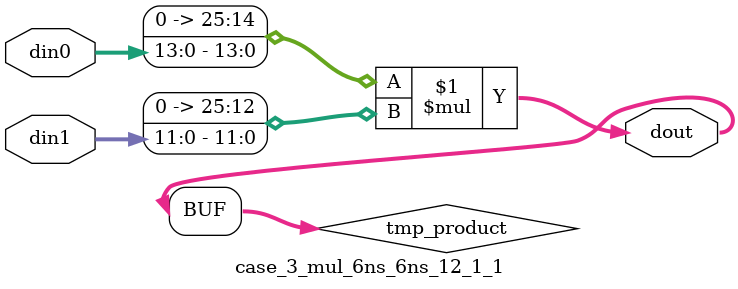
<source format=v>

`timescale 1 ns / 1 ps

 (* use_dsp = "no" *)  module case_3_mul_6ns_6ns_12_1_1(din0, din1, dout);
parameter ID = 1;
parameter NUM_STAGE = 0;
parameter din0_WIDTH = 14;
parameter din1_WIDTH = 12;
parameter dout_WIDTH = 26;

input [din0_WIDTH - 1 : 0] din0; 
input [din1_WIDTH - 1 : 0] din1; 
output [dout_WIDTH - 1 : 0] dout;

wire signed [dout_WIDTH - 1 : 0] tmp_product;
























assign tmp_product = $signed({1'b0, din0}) * $signed({1'b0, din1});











assign dout = tmp_product;





















endmodule

</source>
